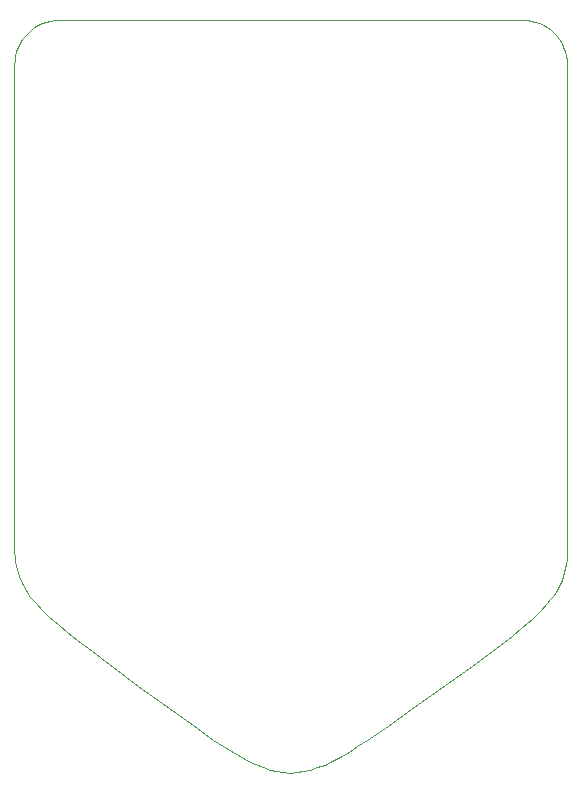
<source format=gbr>
G04 #@! TF.GenerationSoftware,KiCad,Pcbnew,5.1.7-a382d34a8~87~ubuntu20.04.1*
G04 #@! TF.CreationDate,2020-12-28T23:51:54+01:00*
G04 #@! TF.ProjectId,blender_badges,626c656e-6465-4725-9f62-61646765732e,rev?*
G04 #@! TF.SameCoordinates,Original*
G04 #@! TF.FileFunction,Profile,NP*
%FSLAX46Y46*%
G04 Gerber Fmt 4.6, Leading zero omitted, Abs format (unit mm)*
G04 Created by KiCad (PCBNEW 5.1.7-a382d34a8~87~ubuntu20.04.1) date 2020-12-28 23:51:54*
%MOMM*%
%LPD*%
G01*
G04 APERTURE LIST*
G04 #@! TA.AperFunction,Profile*
%ADD10C,0.100000*%
G04 #@! TD*
G04 APERTURE END LIST*
D10*
X94612900Y-28328440D02*
X94612900Y-28328430D01*
X133773400Y-28328440D02*
X94612900Y-28328440D01*
X134164000Y-28348030D02*
X133773400Y-28328440D01*
X134543100Y-28405550D02*
X134164000Y-28348030D01*
X134908700Y-28499110D02*
X134543100Y-28405550D01*
X135259100Y-28626840D02*
X134908700Y-28499110D01*
X135592200Y-28786830D02*
X135259100Y-28626840D01*
X135906300Y-28977220D02*
X135592200Y-28786830D01*
X136199500Y-29196100D02*
X135906300Y-28977220D01*
X136469800Y-29441610D02*
X136199500Y-29196100D01*
X136715300Y-29711840D02*
X136469800Y-29441610D01*
X136934300Y-30004930D02*
X136715300Y-29711840D01*
X137124700Y-30318970D02*
X136934300Y-30004930D01*
X137284700Y-30652090D02*
X137124700Y-30318970D01*
X137412500Y-31002400D02*
X137284700Y-30652090D01*
X137506100Y-31368010D02*
X137412500Y-31002400D01*
X137563600Y-31747050D02*
X137506100Y-31368010D01*
X137583200Y-32137620D02*
X137563600Y-31747050D01*
X137583200Y-34725990D02*
X137583200Y-32137620D01*
X137583200Y-70242100D02*
X137583200Y-34725990D01*
X137595600Y-70710400D02*
X137583200Y-70242100D01*
X137583200Y-71160400D02*
X137595600Y-70710400D01*
X137583200Y-72829900D02*
X137583200Y-71160400D01*
X137596200Y-73240100D02*
X137583200Y-72829900D01*
X137590500Y-73636200D02*
X137596200Y-73240100D01*
X137565600Y-74019300D02*
X137590500Y-73636200D01*
X137521100Y-74390800D02*
X137565600Y-74019300D01*
X137456700Y-74751900D02*
X137521100Y-74390800D01*
X137371800Y-75103700D02*
X137456700Y-74751900D01*
X137266100Y-75447600D02*
X137371800Y-75103700D01*
X137139300Y-75784800D02*
X137266100Y-75447600D01*
X136990800Y-76116400D02*
X137139300Y-75784800D01*
X136820300Y-76443800D02*
X136990800Y-76116400D01*
X136627300Y-76768100D02*
X136820300Y-76443800D01*
X136411500Y-77090700D02*
X136627300Y-76768100D01*
X136172500Y-77412600D02*
X136411500Y-77090700D01*
X135909800Y-77735300D02*
X136172500Y-77412600D01*
X135311700Y-78387500D02*
X135909800Y-77735300D01*
X134614100Y-79057200D02*
X135311700Y-78387500D01*
X133813600Y-79754300D02*
X134614100Y-79057200D01*
X132907000Y-80488500D02*
X133813600Y-79754300D01*
X131891000Y-81269900D02*
X132907000Y-80488500D01*
X129517700Y-83013500D02*
X131891000Y-81269900D01*
X126667500Y-85063900D02*
X129517700Y-83013500D01*
X124386200Y-86709100D02*
X126667500Y-85063900D01*
X122389900Y-88134900D02*
X124386200Y-86709100D01*
X120637900Y-89341100D02*
X122389900Y-88134900D01*
X119840900Y-89861700D02*
X120637900Y-89341100D01*
X119089700Y-90327400D02*
X119840900Y-89861700D01*
X118379300Y-90738200D02*
X119089700Y-90327400D01*
X117704700Y-91093800D02*
X118379300Y-90738200D01*
X117060700Y-91394500D02*
X117704700Y-91093800D01*
X116442400Y-91640100D02*
X117060700Y-91394500D01*
X115844500Y-91830600D02*
X116442400Y-91640100D01*
X115262100Y-91966100D02*
X115844500Y-91830600D01*
X114690100Y-92046300D02*
X115262100Y-91966100D01*
X114123300Y-92071500D02*
X114690100Y-92046300D01*
X113556900Y-92041500D02*
X114123300Y-92071500D01*
X112985500Y-91956300D02*
X113556900Y-92041500D01*
X112404300Y-91815900D02*
X112985500Y-91956300D01*
X111808100Y-91620200D02*
X112404300Y-91815900D01*
X111191900Y-91369400D02*
X111808100Y-91620200D01*
X110550500Y-91063200D02*
X111191900Y-91369400D01*
X109878900Y-90701800D02*
X110550500Y-91063200D01*
X109172100Y-90285000D02*
X109878900Y-90701800D01*
X108424900Y-89812900D02*
X109172100Y-90285000D01*
X107632400Y-89285400D02*
X108424900Y-89812900D01*
X105890800Y-88064300D02*
X107632400Y-89285400D01*
X103906700Y-86621500D02*
X105890800Y-88064300D01*
X101639600Y-84956800D02*
X103906700Y-86621500D01*
X99146100Y-83131200D02*
X101639600Y-84956800D01*
X97014700Y-81549100D02*
X99146100Y-83131200D01*
X96079500Y-80833100D02*
X97014700Y-81549100D01*
X95228600Y-80158300D02*
X96079500Y-80833100D01*
X94459700Y-79518300D02*
X95228600Y-80158300D01*
X93770700Y-78906500D02*
X94459700Y-79518300D01*
X93159700Y-78316300D02*
X93770700Y-78906500D01*
X92624300Y-77741300D02*
X93159700Y-78316300D01*
X92162700Y-77174900D02*
X92624300Y-77741300D01*
X91772500Y-76610600D02*
X92162700Y-77174900D01*
X91451780Y-76041700D02*
X91772500Y-76610600D01*
X91198350Y-75461900D02*
X91451780Y-76041700D01*
X91010120Y-74864600D02*
X91198350Y-75461900D01*
X90884970Y-74243100D02*
X91010120Y-74864600D01*
X90865730Y-74136100D02*
X90884970Y-74243100D01*
X90856080Y-74059700D02*
X90865730Y-74136100D01*
X90817810Y-73761200D02*
X90856080Y-74059700D01*
X90803750Y-73455900D02*
X90817810Y-73761200D01*
X90803750Y-70867500D02*
X90803750Y-73455900D01*
X90803750Y-34725980D02*
X90803750Y-70867500D01*
X90803750Y-32137610D02*
X90803750Y-34725980D01*
X90823350Y-31747040D02*
X90803750Y-32137610D01*
X90880870Y-31368010D02*
X90823350Y-31747040D01*
X90974440Y-31002390D02*
X90880870Y-31368010D01*
X91102160Y-30652080D02*
X90974440Y-31002390D01*
X91262160Y-30318960D02*
X91102160Y-30652080D01*
X91452540Y-30004920D02*
X91262160Y-30318960D01*
X91671430Y-29711840D02*
X91452540Y-30004920D01*
X91916900Y-29441600D02*
X91671430Y-29711840D01*
X92187200Y-29196100D02*
X91916900Y-29441600D01*
X92480200Y-28977210D02*
X92187200Y-29196100D01*
X92794300Y-28786830D02*
X92480200Y-28977210D01*
X93127400Y-28626830D02*
X92794300Y-28786830D01*
X93477700Y-28499110D02*
X93127400Y-28626830D01*
X93843300Y-28405540D02*
X93477700Y-28499110D01*
X94222400Y-28348020D02*
X93843300Y-28405540D01*
X94612900Y-28328430D02*
X94222400Y-28348020D01*
M02*

</source>
